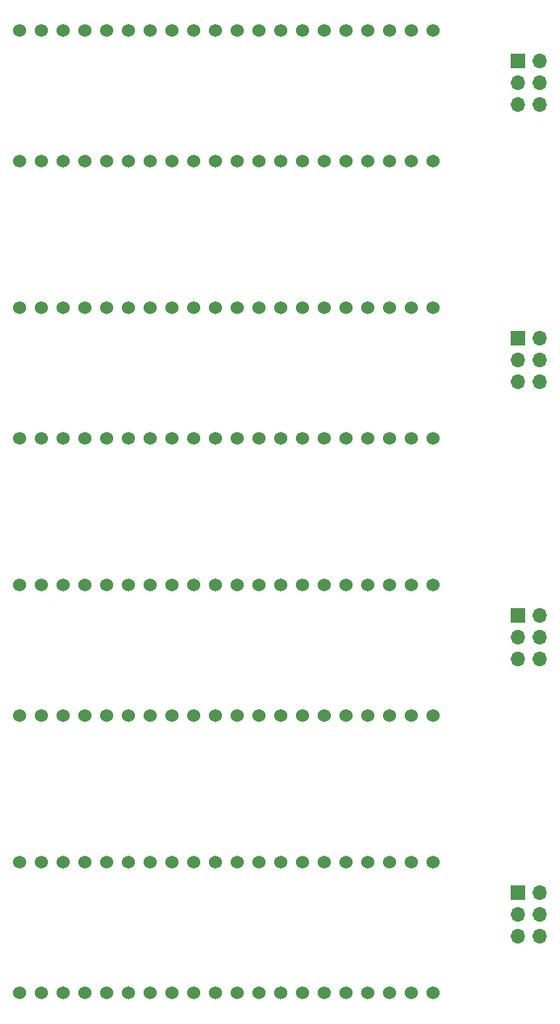
<source format=gbs>
G04 #@! TF.FileFunction,Soldermask,Bot*
%FSLAX46Y46*%
G04 Gerber Fmt 4.6, Leading zero omitted, Abs format (unit mm)*
G04 Created by KiCad (PCBNEW 4.0.6) date Tue Apr 18 22:00:09 2017*
%MOMM*%
%LPD*%
G01*
G04 APERTURE LIST*
%ADD10C,0.100000*%
%ADD11R,1.700000X1.700000*%
%ADD12O,1.700000X1.700000*%
%ADD13C,1.524000*%
G04 APERTURE END LIST*
D10*
D11*
X110490000Y-96520000D03*
D12*
X113030000Y-96520000D03*
X110490000Y-99060000D03*
X113030000Y-99060000D03*
X110490000Y-101600000D03*
X113030000Y-101600000D03*
D13*
X52345001Y-108225001D03*
X54885001Y-108225001D03*
X57425001Y-108225001D03*
X59965001Y-108225001D03*
X62505001Y-108225001D03*
X65045001Y-108225001D03*
X67585001Y-108225001D03*
X70125001Y-108225001D03*
X72665001Y-108225001D03*
X75205001Y-108225001D03*
X77745001Y-108225001D03*
X80285001Y-108225001D03*
X82825001Y-108225001D03*
X85365001Y-108225001D03*
X87905001Y-108225001D03*
X90445001Y-108225001D03*
X92985001Y-108225001D03*
X95525001Y-108225001D03*
X98065001Y-108225001D03*
X100605001Y-108225001D03*
X100605001Y-92985001D03*
X98065001Y-92985001D03*
X95525001Y-92985001D03*
X92985001Y-92985001D03*
X90445001Y-92985001D03*
X87905001Y-92985001D03*
X85365001Y-92985001D03*
X82825001Y-92985001D03*
X80285001Y-92985001D03*
X77745001Y-92985001D03*
X75205001Y-92985001D03*
X72665001Y-92985001D03*
X70125001Y-92985001D03*
X67585001Y-92985001D03*
X65045001Y-92985001D03*
X62505001Y-92985001D03*
X59965001Y-92985001D03*
X57425001Y-92985001D03*
X54885001Y-92985001D03*
X52345001Y-92985001D03*
D11*
X110490000Y-128860000D03*
D12*
X113030000Y-128860000D03*
X110490000Y-131400000D03*
X113030000Y-131400000D03*
X110490000Y-133940000D03*
X113030000Y-133940000D03*
D13*
X52345001Y-140565001D03*
X54885001Y-140565001D03*
X57425001Y-140565001D03*
X59965001Y-140565001D03*
X62505001Y-140565001D03*
X65045001Y-140565001D03*
X67585001Y-140565001D03*
X70125001Y-140565001D03*
X72665001Y-140565001D03*
X75205001Y-140565001D03*
X77745001Y-140565001D03*
X80285001Y-140565001D03*
X82825001Y-140565001D03*
X85365001Y-140565001D03*
X87905001Y-140565001D03*
X90445001Y-140565001D03*
X92985001Y-140565001D03*
X95525001Y-140565001D03*
X98065001Y-140565001D03*
X100605001Y-140565001D03*
X100605001Y-125325001D03*
X98065001Y-125325001D03*
X95525001Y-125325001D03*
X92985001Y-125325001D03*
X90445001Y-125325001D03*
X87905001Y-125325001D03*
X85365001Y-125325001D03*
X82825001Y-125325001D03*
X80285001Y-125325001D03*
X77745001Y-125325001D03*
X75205001Y-125325001D03*
X72665001Y-125325001D03*
X70125001Y-125325001D03*
X67585001Y-125325001D03*
X65045001Y-125325001D03*
X62505001Y-125325001D03*
X59965001Y-125325001D03*
X57425001Y-125325001D03*
X54885001Y-125325001D03*
X52345001Y-125325001D03*
D11*
X110490000Y-64180000D03*
D12*
X113030000Y-64180000D03*
X110490000Y-66720000D03*
X113030000Y-66720000D03*
X110490000Y-69260000D03*
X113030000Y-69260000D03*
D13*
X52345001Y-75885001D03*
X54885001Y-75885001D03*
X57425001Y-75885001D03*
X59965001Y-75885001D03*
X62505001Y-75885001D03*
X65045001Y-75885001D03*
X67585001Y-75885001D03*
X70125001Y-75885001D03*
X72665001Y-75885001D03*
X75205001Y-75885001D03*
X77745001Y-75885001D03*
X80285001Y-75885001D03*
X82825001Y-75885001D03*
X85365001Y-75885001D03*
X87905001Y-75885001D03*
X90445001Y-75885001D03*
X92985001Y-75885001D03*
X95525001Y-75885001D03*
X98065001Y-75885001D03*
X100605001Y-75885001D03*
X100605001Y-60645001D03*
X98065001Y-60645001D03*
X95525001Y-60645001D03*
X92985001Y-60645001D03*
X90445001Y-60645001D03*
X87905001Y-60645001D03*
X85365001Y-60645001D03*
X82825001Y-60645001D03*
X80285001Y-60645001D03*
X77745001Y-60645001D03*
X75205001Y-60645001D03*
X72665001Y-60645001D03*
X70125001Y-60645001D03*
X67585001Y-60645001D03*
X65045001Y-60645001D03*
X62505001Y-60645001D03*
X59965001Y-60645001D03*
X57425001Y-60645001D03*
X54885001Y-60645001D03*
X52345001Y-60645001D03*
D11*
X110490000Y-31840000D03*
D12*
X113030000Y-31840000D03*
X110490000Y-34380000D03*
X113030000Y-34380000D03*
X110490000Y-36920000D03*
X113030000Y-36920000D03*
D13*
X52345001Y-43545001D03*
X54885001Y-43545001D03*
X57425001Y-43545001D03*
X59965001Y-43545001D03*
X62505001Y-43545001D03*
X65045001Y-43545001D03*
X67585001Y-43545001D03*
X70125001Y-43545001D03*
X72665001Y-43545001D03*
X75205001Y-43545001D03*
X77745001Y-43545001D03*
X80285001Y-43545001D03*
X82825001Y-43545001D03*
X85365001Y-43545001D03*
X87905001Y-43545001D03*
X90445001Y-43545001D03*
X92985001Y-43545001D03*
X95525001Y-43545001D03*
X98065001Y-43545001D03*
X100605001Y-43545001D03*
X100605001Y-28305001D03*
X98065001Y-28305001D03*
X95525001Y-28305001D03*
X92985001Y-28305001D03*
X90445001Y-28305001D03*
X87905001Y-28305001D03*
X85365001Y-28305001D03*
X82825001Y-28305001D03*
X80285001Y-28305001D03*
X77745001Y-28305001D03*
X75205001Y-28305001D03*
X72665001Y-28305001D03*
X70125001Y-28305001D03*
X67585001Y-28305001D03*
X65045001Y-28305001D03*
X62505001Y-28305001D03*
X59965001Y-28305001D03*
X57425001Y-28305001D03*
X54885001Y-28305001D03*
X52345001Y-28305001D03*
M02*

</source>
